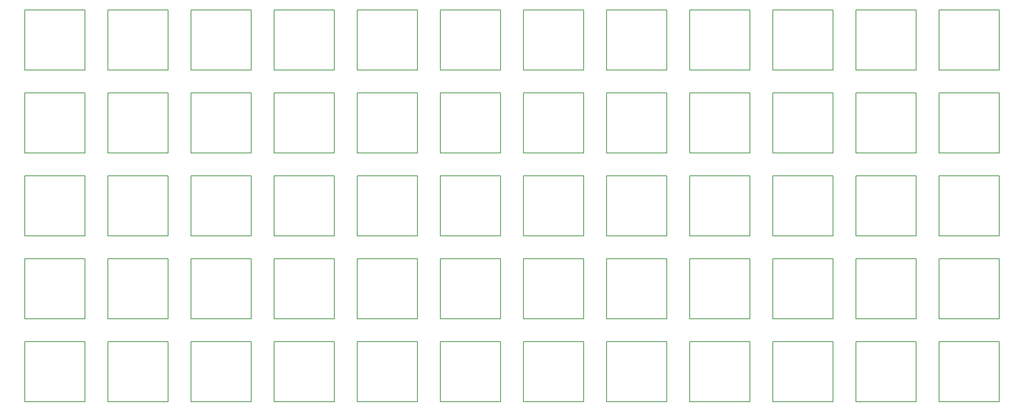
<source format=gbr>
%TF.GenerationSoftware,KiCad,Pcbnew,5.1.10*%
%TF.CreationDate,2021-06-16T10:43:04-05:00*%
%TF.ProjectId,olkbd_ble,6f6c6b62-645f-4626-9c65-2e6b69636164,rev?*%
%TF.SameCoordinates,Original*%
%TF.FileFunction,Other,ECO2*%
%FSLAX46Y46*%
G04 Gerber Fmt 4.6, Leading zero omitted, Abs format (unit mm)*
G04 Created by KiCad (PCBNEW 5.1.10) date 2021-06-16 10:43:04*
%MOMM*%
%LPD*%
G01*
G04 APERTURE LIST*
%ADD10C,0.150000*%
G04 APERTURE END LIST*
D10*
%TO.C,K33*%
X226462000Y-208926000D02*
X226462000Y-195126000D01*
X240262000Y-195126000D02*
X240262000Y-208926000D01*
X240262000Y-195126000D02*
X226462000Y-195126000D01*
X226462000Y-208926000D02*
X240262000Y-208926000D01*
%TO.C,K4*%
X112162000Y-227976000D02*
X112162000Y-214176000D01*
X125962000Y-214176000D02*
X125962000Y-227976000D01*
X125962000Y-214176000D02*
X112162000Y-214176000D01*
X112162000Y-227976000D02*
X125962000Y-227976000D01*
%TO.C,K28*%
X207412000Y-208926000D02*
X207412000Y-195126000D01*
X221212000Y-195126000D02*
X221212000Y-208926000D01*
X221212000Y-195126000D02*
X207412000Y-195126000D01*
X207412000Y-208926000D02*
X221212000Y-208926000D01*
%TO.C,K23*%
X188362000Y-208926000D02*
X188362000Y-195126000D01*
X202162000Y-195126000D02*
X202162000Y-208926000D01*
X202162000Y-195126000D02*
X188362000Y-195126000D01*
X188362000Y-208926000D02*
X202162000Y-208926000D01*
%TO.C,K31*%
X226462000Y-170826000D02*
X226462000Y-157026000D01*
X240262000Y-157026000D02*
X240262000Y-170826000D01*
X240262000Y-157026000D02*
X226462000Y-157026000D01*
X226462000Y-170826000D02*
X240262000Y-170826000D01*
%TO.C,K45*%
X264562000Y-247026000D02*
X264562000Y-233226000D01*
X278362000Y-233226000D02*
X278362000Y-247026000D01*
X278362000Y-233226000D02*
X264562000Y-233226000D01*
X264562000Y-247026000D02*
X278362000Y-247026000D01*
%TO.C,K36*%
X245512000Y-170826000D02*
X245512000Y-157026000D01*
X259312000Y-157026000D02*
X259312000Y-170826000D01*
X259312000Y-157026000D02*
X245512000Y-157026000D01*
X245512000Y-170826000D02*
X259312000Y-170826000D01*
%TO.C,K27*%
X207412000Y-189876000D02*
X207412000Y-176076000D01*
X221212000Y-176076000D02*
X221212000Y-189876000D01*
X221212000Y-176076000D02*
X207412000Y-176076000D01*
X207412000Y-189876000D02*
X221212000Y-189876000D01*
%TO.C,K25*%
X188362000Y-247026000D02*
X188362000Y-233226000D01*
X202162000Y-233226000D02*
X202162000Y-247026000D01*
X202162000Y-233226000D02*
X188362000Y-233226000D01*
X188362000Y-247026000D02*
X202162000Y-247026000D01*
%TO.C,K17*%
X169312000Y-189876000D02*
X169312000Y-176076000D01*
X183112000Y-176076000D02*
X183112000Y-189876000D01*
X183112000Y-176076000D02*
X169312000Y-176076000D01*
X169312000Y-189876000D02*
X183112000Y-189876000D01*
%TO.C,K35*%
X226462000Y-247026000D02*
X226462000Y-233226000D01*
X240262000Y-233226000D02*
X240262000Y-247026000D01*
X240262000Y-233226000D02*
X226462000Y-233226000D01*
X226462000Y-247026000D02*
X240262000Y-247026000D01*
%TO.C,K6*%
X131212000Y-170826000D02*
X131212000Y-157026000D01*
X145012000Y-157026000D02*
X145012000Y-170826000D01*
X145012000Y-157026000D02*
X131212000Y-157026000D01*
X131212000Y-170826000D02*
X145012000Y-170826000D01*
%TO.C,K18*%
X169312000Y-208926000D02*
X169312000Y-195126000D01*
X183112000Y-195126000D02*
X183112000Y-208926000D01*
X183112000Y-195126000D02*
X169312000Y-195126000D01*
X169312000Y-208926000D02*
X183112000Y-208926000D01*
%TO.C,K40*%
X245512000Y-247026000D02*
X245512000Y-233226000D01*
X259312000Y-233226000D02*
X259312000Y-247026000D01*
X259312000Y-233226000D02*
X245512000Y-233226000D01*
X245512000Y-247026000D02*
X259312000Y-247026000D01*
%TO.C,K38*%
X245512000Y-208926000D02*
X245512000Y-195126000D01*
X259312000Y-195126000D02*
X259312000Y-208926000D01*
X259312000Y-195126000D02*
X245512000Y-195126000D01*
X245512000Y-208926000D02*
X259312000Y-208926000D01*
%TO.C,K56*%
X321712000Y-170826000D02*
X321712000Y-157026000D01*
X335512000Y-157026000D02*
X335512000Y-170826000D01*
X335512000Y-157026000D02*
X321712000Y-157026000D01*
X321712000Y-170826000D02*
X335512000Y-170826000D01*
%TO.C,K8*%
X131212000Y-208926000D02*
X131212000Y-195126000D01*
X145012000Y-195126000D02*
X145012000Y-208926000D01*
X145012000Y-195126000D02*
X131212000Y-195126000D01*
X131212000Y-208926000D02*
X145012000Y-208926000D01*
%TO.C,K55*%
X302662000Y-247026000D02*
X302662000Y-233226000D01*
X316462000Y-233226000D02*
X316462000Y-247026000D01*
X316462000Y-233226000D02*
X302662000Y-233226000D01*
X302662000Y-247026000D02*
X316462000Y-247026000D01*
%TO.C,K47*%
X283612000Y-189876000D02*
X283612000Y-176076000D01*
X297412000Y-176076000D02*
X297412000Y-189876000D01*
X297412000Y-176076000D02*
X283612000Y-176076000D01*
X283612000Y-189876000D02*
X297412000Y-189876000D01*
%TO.C,K29*%
X207412000Y-227976000D02*
X207412000Y-214176000D01*
X221212000Y-214176000D02*
X221212000Y-227976000D01*
X221212000Y-214176000D02*
X207412000Y-214176000D01*
X207412000Y-227976000D02*
X221212000Y-227976000D01*
%TO.C,K53*%
X302662000Y-208926000D02*
X302662000Y-195126000D01*
X316462000Y-195126000D02*
X316462000Y-208926000D01*
X316462000Y-195126000D02*
X302662000Y-195126000D01*
X302662000Y-208926000D02*
X316462000Y-208926000D01*
%TO.C,K57*%
X321712000Y-189876000D02*
X321712000Y-176076000D01*
X335512000Y-176076000D02*
X335512000Y-189876000D01*
X335512000Y-176076000D02*
X321712000Y-176076000D01*
X321712000Y-189876000D02*
X335512000Y-189876000D01*
%TO.C,K30*%
X207412000Y-247026000D02*
X207412000Y-233226000D01*
X221212000Y-233226000D02*
X221212000Y-247026000D01*
X221212000Y-233226000D02*
X207412000Y-233226000D01*
X207412000Y-247026000D02*
X221212000Y-247026000D01*
%TO.C,K1*%
X112162000Y-170826000D02*
X112162000Y-157026000D01*
X125962000Y-157026000D02*
X125962000Y-170826000D01*
X125962000Y-157026000D02*
X112162000Y-157026000D01*
X112162000Y-170826000D02*
X125962000Y-170826000D01*
%TO.C,K9*%
X131212000Y-227976000D02*
X131212000Y-214176000D01*
X145012000Y-214176000D02*
X145012000Y-227976000D01*
X145012000Y-214176000D02*
X131212000Y-214176000D01*
X131212000Y-227976000D02*
X145012000Y-227976000D01*
%TO.C,K48*%
X283612000Y-208926000D02*
X283612000Y-195126000D01*
X297412000Y-195126000D02*
X297412000Y-208926000D01*
X297412000Y-195126000D02*
X283612000Y-195126000D01*
X283612000Y-208926000D02*
X297412000Y-208926000D01*
%TO.C,K10*%
X131212000Y-247026000D02*
X131212000Y-233226000D01*
X145012000Y-233226000D02*
X145012000Y-247026000D01*
X145012000Y-233226000D02*
X131212000Y-233226000D01*
X131212000Y-247026000D02*
X145012000Y-247026000D01*
%TO.C,K5*%
X112162000Y-247026000D02*
X112162000Y-233226000D01*
X125962000Y-233226000D02*
X125962000Y-247026000D01*
X125962000Y-233226000D02*
X112162000Y-233226000D01*
X112162000Y-247026000D02*
X125962000Y-247026000D01*
%TO.C,K14*%
X150262000Y-227976000D02*
X150262000Y-214176000D01*
X164062000Y-214176000D02*
X164062000Y-227976000D01*
X164062000Y-214176000D02*
X150262000Y-214176000D01*
X150262000Y-227976000D02*
X164062000Y-227976000D01*
%TO.C,K2*%
X112162000Y-189876000D02*
X112162000Y-176076000D01*
X125962000Y-176076000D02*
X125962000Y-189876000D01*
X125962000Y-176076000D02*
X112162000Y-176076000D01*
X112162000Y-189876000D02*
X125962000Y-189876000D01*
%TO.C,K16*%
X169312000Y-170826000D02*
X169312000Y-157026000D01*
X183112000Y-157026000D02*
X183112000Y-170826000D01*
X183112000Y-157026000D02*
X169312000Y-157026000D01*
X169312000Y-170826000D02*
X183112000Y-170826000D01*
%TO.C,K52*%
X302662000Y-189876000D02*
X302662000Y-176076000D01*
X316462000Y-176076000D02*
X316462000Y-189876000D01*
X316462000Y-176076000D02*
X302662000Y-176076000D01*
X302662000Y-189876000D02*
X316462000Y-189876000D01*
%TO.C,K13*%
X150262000Y-208926000D02*
X150262000Y-195126000D01*
X164062000Y-195126000D02*
X164062000Y-208926000D01*
X164062000Y-195126000D02*
X150262000Y-195126000D01*
X150262000Y-208926000D02*
X164062000Y-208926000D01*
%TO.C,K19*%
X169312000Y-227976000D02*
X169312000Y-214176000D01*
X183112000Y-214176000D02*
X183112000Y-227976000D01*
X183112000Y-214176000D02*
X169312000Y-214176000D01*
X169312000Y-227976000D02*
X183112000Y-227976000D01*
%TO.C,K32*%
X226462000Y-189876000D02*
X226462000Y-176076000D01*
X240262000Y-176076000D02*
X240262000Y-189876000D01*
X240262000Y-176076000D02*
X226462000Y-176076000D01*
X226462000Y-189876000D02*
X240262000Y-189876000D01*
%TO.C,K3*%
X112162000Y-208926000D02*
X112162000Y-195126000D01*
X125962000Y-195126000D02*
X125962000Y-208926000D01*
X125962000Y-195126000D02*
X112162000Y-195126000D01*
X112162000Y-208926000D02*
X125962000Y-208926000D01*
%TO.C,K42*%
X264562000Y-189876000D02*
X264562000Y-176076000D01*
X278362000Y-176076000D02*
X278362000Y-189876000D01*
X278362000Y-176076000D02*
X264562000Y-176076000D01*
X264562000Y-189876000D02*
X278362000Y-189876000D01*
%TO.C,K54*%
X302662000Y-227976000D02*
X302662000Y-214176000D01*
X316462000Y-214176000D02*
X316462000Y-227976000D01*
X316462000Y-214176000D02*
X302662000Y-214176000D01*
X302662000Y-227976000D02*
X316462000Y-227976000D01*
%TO.C,K11*%
X150262000Y-170826000D02*
X150262000Y-157026000D01*
X164062000Y-157026000D02*
X164062000Y-170826000D01*
X164062000Y-157026000D02*
X150262000Y-157026000D01*
X150262000Y-170826000D02*
X164062000Y-170826000D01*
%TO.C,K20*%
X169312000Y-247026000D02*
X169312000Y-233226000D01*
X183112000Y-233226000D02*
X183112000Y-247026000D01*
X183112000Y-233226000D02*
X169312000Y-233226000D01*
X169312000Y-247026000D02*
X183112000Y-247026000D01*
%TO.C,K60*%
X321712000Y-247026000D02*
X321712000Y-233226000D01*
X335512000Y-233226000D02*
X335512000Y-247026000D01*
X335512000Y-233226000D02*
X321712000Y-233226000D01*
X321712000Y-247026000D02*
X335512000Y-247026000D01*
%TO.C,K39*%
X245512000Y-227976000D02*
X245512000Y-214176000D01*
X259312000Y-214176000D02*
X259312000Y-227976000D01*
X259312000Y-214176000D02*
X245512000Y-214176000D01*
X245512000Y-227976000D02*
X259312000Y-227976000D01*
%TO.C,K49*%
X283612000Y-227976000D02*
X283612000Y-214176000D01*
X297412000Y-214176000D02*
X297412000Y-227976000D01*
X297412000Y-214176000D02*
X283612000Y-214176000D01*
X283612000Y-227976000D02*
X297412000Y-227976000D01*
%TO.C,K51*%
X302662000Y-170826000D02*
X302662000Y-157026000D01*
X316462000Y-157026000D02*
X316462000Y-170826000D01*
X316462000Y-157026000D02*
X302662000Y-157026000D01*
X302662000Y-170826000D02*
X316462000Y-170826000D01*
%TO.C,K58*%
X321712000Y-208926000D02*
X321712000Y-195126000D01*
X335512000Y-195126000D02*
X335512000Y-208926000D01*
X335512000Y-195126000D02*
X321712000Y-195126000D01*
X321712000Y-208926000D02*
X335512000Y-208926000D01*
%TO.C,K21*%
X188362000Y-170826000D02*
X188362000Y-157026000D01*
X202162000Y-157026000D02*
X202162000Y-170826000D01*
X202162000Y-157026000D02*
X188362000Y-157026000D01*
X188362000Y-170826000D02*
X202162000Y-170826000D01*
%TO.C,K15*%
X150262000Y-247026000D02*
X150262000Y-233226000D01*
X164062000Y-233226000D02*
X164062000Y-247026000D01*
X164062000Y-233226000D02*
X150262000Y-233226000D01*
X150262000Y-247026000D02*
X164062000Y-247026000D01*
%TO.C,K26*%
X207412000Y-170826000D02*
X207412000Y-157026000D01*
X221212000Y-157026000D02*
X221212000Y-170826000D01*
X221212000Y-157026000D02*
X207412000Y-157026000D01*
X207412000Y-170826000D02*
X221212000Y-170826000D01*
%TO.C,K50*%
X283612000Y-247026000D02*
X283612000Y-233226000D01*
X297412000Y-233226000D02*
X297412000Y-247026000D01*
X297412000Y-233226000D02*
X283612000Y-233226000D01*
X283612000Y-247026000D02*
X297412000Y-247026000D01*
%TO.C,K24*%
X188362000Y-227976000D02*
X188362000Y-214176000D01*
X202162000Y-214176000D02*
X202162000Y-227976000D01*
X202162000Y-214176000D02*
X188362000Y-214176000D01*
X188362000Y-227976000D02*
X202162000Y-227976000D01*
%TO.C,K41*%
X264562000Y-170826000D02*
X264562000Y-157026000D01*
X278362000Y-157026000D02*
X278362000Y-170826000D01*
X278362000Y-157026000D02*
X264562000Y-157026000D01*
X264562000Y-170826000D02*
X278362000Y-170826000D01*
%TO.C,K34*%
X226462000Y-227976000D02*
X226462000Y-214176000D01*
X240262000Y-214176000D02*
X240262000Y-227976000D01*
X240262000Y-214176000D02*
X226462000Y-214176000D01*
X226462000Y-227976000D02*
X240262000Y-227976000D01*
%TO.C,K37*%
X245512000Y-189876000D02*
X245512000Y-176076000D01*
X259312000Y-176076000D02*
X259312000Y-189876000D01*
X259312000Y-176076000D02*
X245512000Y-176076000D01*
X245512000Y-189876000D02*
X259312000Y-189876000D01*
%TO.C,K44*%
X264562000Y-227976000D02*
X264562000Y-214176000D01*
X278362000Y-214176000D02*
X278362000Y-227976000D01*
X278362000Y-214176000D02*
X264562000Y-214176000D01*
X264562000Y-227976000D02*
X278362000Y-227976000D01*
%TO.C,K12*%
X150262000Y-189876000D02*
X150262000Y-176076000D01*
X164062000Y-176076000D02*
X164062000Y-189876000D01*
X164062000Y-176076000D02*
X150262000Y-176076000D01*
X150262000Y-189876000D02*
X164062000Y-189876000D01*
%TO.C,K43*%
X264562000Y-208926000D02*
X264562000Y-195126000D01*
X278362000Y-195126000D02*
X278362000Y-208926000D01*
X278362000Y-195126000D02*
X264562000Y-195126000D01*
X264562000Y-208926000D02*
X278362000Y-208926000D01*
%TO.C,K7*%
X131212000Y-189876000D02*
X131212000Y-176076000D01*
X145012000Y-176076000D02*
X145012000Y-189876000D01*
X145012000Y-176076000D02*
X131212000Y-176076000D01*
X131212000Y-189876000D02*
X145012000Y-189876000D01*
%TO.C,K59*%
X321712000Y-227976000D02*
X321712000Y-214176000D01*
X335512000Y-214176000D02*
X335512000Y-227976000D01*
X335512000Y-214176000D02*
X321712000Y-214176000D01*
X321712000Y-227976000D02*
X335512000Y-227976000D01*
%TO.C,K46*%
X283612000Y-170826000D02*
X283612000Y-157026000D01*
X297412000Y-157026000D02*
X297412000Y-170826000D01*
X297412000Y-157026000D02*
X283612000Y-157026000D01*
X283612000Y-170826000D02*
X297412000Y-170826000D01*
%TO.C,K22*%
X188362000Y-189876000D02*
X188362000Y-176076000D01*
X202162000Y-176076000D02*
X202162000Y-189876000D01*
X202162000Y-176076000D02*
X188362000Y-176076000D01*
X188362000Y-189876000D02*
X202162000Y-189876000D01*
%TD*%
M02*

</source>
